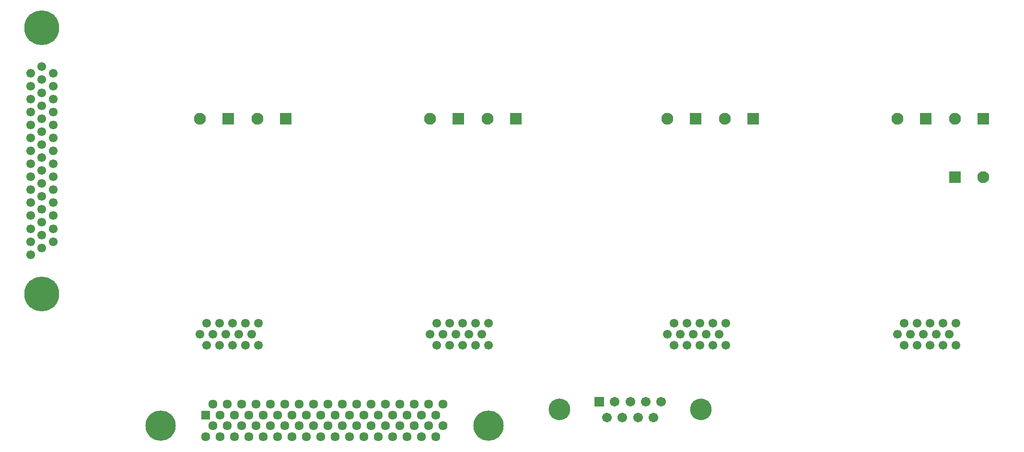
<source format=gts>
G04 Layer_Color=8388736*
%FSLAX25Y25*%
%MOIN*%
G70*
G01*
G75*
%ADD32C,0.06112*%
%ADD33C,0.00600*%
%ADD34C,0.08277*%
%ADD35R,0.08277X0.08277*%
%ADD36C,0.06348*%
%ADD37R,0.06348X0.06348*%
%ADD38C,0.21072*%
%ADD39C,0.24222*%
%ADD40C,0.15069*%
%ADD41C,0.06702*%
%ADD42R,0.06702X0.06702*%
D32*
X525571Y-7795D02*
D03*
X516555D02*
D03*
X507539D02*
D03*
X498524D02*
D03*
X489508D02*
D03*
X525571Y7795D02*
D03*
X516555D02*
D03*
X507539D02*
D03*
X498524D02*
D03*
X489508D02*
D03*
X521063Y0D02*
D03*
X512047D02*
D03*
X503031D02*
D03*
X494016D02*
D03*
X485000D02*
D03*
X365571Y-7795D02*
D03*
X356555D02*
D03*
X347539D02*
D03*
X338524D02*
D03*
X329508D02*
D03*
X365571Y7795D02*
D03*
X356555D02*
D03*
X347539D02*
D03*
X338524D02*
D03*
X329508D02*
D03*
X361063Y0D02*
D03*
X352047D02*
D03*
X343032D02*
D03*
X334016D02*
D03*
X325000D02*
D03*
X200571Y-7795D02*
D03*
X191555D02*
D03*
X182539D02*
D03*
X173524D02*
D03*
X164508D02*
D03*
X200571Y7795D02*
D03*
X191555D02*
D03*
X182539D02*
D03*
X173524D02*
D03*
X164508D02*
D03*
X196063Y0D02*
D03*
X187047D02*
D03*
X178032D02*
D03*
X169016D02*
D03*
X160000D02*
D03*
X40571Y-7795D02*
D03*
X31555D02*
D03*
X22539D02*
D03*
X13524D02*
D03*
X4508D02*
D03*
X40571Y7795D02*
D03*
X31555D02*
D03*
X22539D02*
D03*
X13524D02*
D03*
X4508D02*
D03*
X36063Y0D02*
D03*
X27047D02*
D03*
X18032D02*
D03*
X9016D02*
D03*
X0D02*
D03*
X-117795Y181713D02*
D03*
Y172697D02*
D03*
Y163681D02*
D03*
Y154665D02*
D03*
Y145650D02*
D03*
Y136634D02*
D03*
Y127618D02*
D03*
Y118602D02*
D03*
Y109587D02*
D03*
Y100571D02*
D03*
Y91555D02*
D03*
Y82539D02*
D03*
Y73524D02*
D03*
Y64508D02*
D03*
Y55492D02*
D03*
X-110000Y186221D02*
D03*
Y177205D02*
D03*
Y168189D02*
D03*
Y159173D02*
D03*
Y150157D02*
D03*
Y141142D02*
D03*
Y132126D02*
D03*
Y123110D02*
D03*
Y114094D02*
D03*
Y105079D02*
D03*
Y96063D02*
D03*
Y87047D02*
D03*
Y78031D02*
D03*
Y69016D02*
D03*
Y60000D02*
D03*
X-102205Y181713D02*
D03*
Y172697D02*
D03*
Y163681D02*
D03*
Y154665D02*
D03*
Y145650D02*
D03*
Y136634D02*
D03*
Y127618D02*
D03*
Y118602D02*
D03*
Y109587D02*
D03*
Y100571D02*
D03*
Y91555D02*
D03*
Y82539D02*
D03*
Y73524D02*
D03*
Y64508D02*
D03*
D33*
X555748Y0D02*
D03*
X457362D02*
D03*
X395748D02*
D03*
X297362D02*
D03*
X230748D02*
D03*
X132362D02*
D03*
X70748D02*
D03*
X-27638D02*
D03*
D34*
X0Y150000D02*
D03*
X40000D02*
D03*
X160000D02*
D03*
X200000D02*
D03*
X325000D02*
D03*
X365000D02*
D03*
X485000D02*
D03*
X525000D02*
D03*
X544685Y109449D02*
D03*
D35*
X19685Y150000D02*
D03*
X59685D02*
D03*
X179685D02*
D03*
X219685D02*
D03*
X344685D02*
D03*
X384685D02*
D03*
X504685D02*
D03*
X544685D02*
D03*
X525000Y109449D02*
D03*
D36*
X168937Y-63799D02*
D03*
X163937Y-71299D02*
D03*
X168937Y-48799D02*
D03*
X163937Y-56299D02*
D03*
X158937Y-63799D02*
D03*
X153937Y-71299D02*
D03*
X158937Y-48799D02*
D03*
X153937Y-56299D02*
D03*
X148937Y-63799D02*
D03*
X143937Y-71299D02*
D03*
X148937Y-48799D02*
D03*
X143937Y-56299D02*
D03*
X138937Y-63799D02*
D03*
X133937Y-71299D02*
D03*
X138937Y-48799D02*
D03*
X133937Y-56299D02*
D03*
X128937Y-63799D02*
D03*
X123937Y-71299D02*
D03*
X128937Y-48799D02*
D03*
X123937Y-56299D02*
D03*
X118937Y-63799D02*
D03*
X113937Y-71299D02*
D03*
X118937Y-48799D02*
D03*
X113937Y-56299D02*
D03*
X108937Y-63799D02*
D03*
X103937Y-71299D02*
D03*
X108937Y-48799D02*
D03*
X103937Y-56299D02*
D03*
X98937Y-63799D02*
D03*
X93937Y-71299D02*
D03*
X98937Y-48799D02*
D03*
X93937Y-56299D02*
D03*
X88937Y-63799D02*
D03*
X83937Y-71299D02*
D03*
X88937Y-48799D02*
D03*
X83937Y-56299D02*
D03*
X78937Y-63799D02*
D03*
X73937Y-71299D02*
D03*
X78937Y-48799D02*
D03*
X73937Y-56299D02*
D03*
X68937Y-63799D02*
D03*
X63937Y-71299D02*
D03*
X68937Y-48799D02*
D03*
X63937Y-56299D02*
D03*
X58937Y-63799D02*
D03*
X53937Y-71299D02*
D03*
X58937Y-48799D02*
D03*
X53937Y-56299D02*
D03*
X48937Y-63799D02*
D03*
X43937Y-71299D02*
D03*
X48937Y-48799D02*
D03*
X43937Y-56299D02*
D03*
X38937Y-63799D02*
D03*
X33937Y-71299D02*
D03*
X38937Y-48799D02*
D03*
X33937Y-56299D02*
D03*
X28937Y-63799D02*
D03*
X23937Y-71299D02*
D03*
X28937Y-48799D02*
D03*
X23937Y-56299D02*
D03*
X18937Y-63799D02*
D03*
X13937Y-71299D02*
D03*
X18937Y-48799D02*
D03*
X13937Y-56299D02*
D03*
X8937Y-63799D02*
D03*
X3937Y-71299D02*
D03*
X8937Y-48799D02*
D03*
D37*
X3937Y-56299D02*
D03*
D38*
X200433Y-63799D02*
D03*
X-27559D02*
D03*
D39*
X-110000Y213228D02*
D03*
Y28032D02*
D03*
D40*
X348359Y-52450D02*
D03*
X249959D02*
D03*
D41*
X315359Y-58050D02*
D03*
X304559D02*
D03*
X293759D02*
D03*
X282959D02*
D03*
X320759Y-46850D02*
D03*
X309959D02*
D03*
X299159D02*
D03*
X288359D02*
D03*
D42*
X277559D02*
D03*
M02*

</source>
